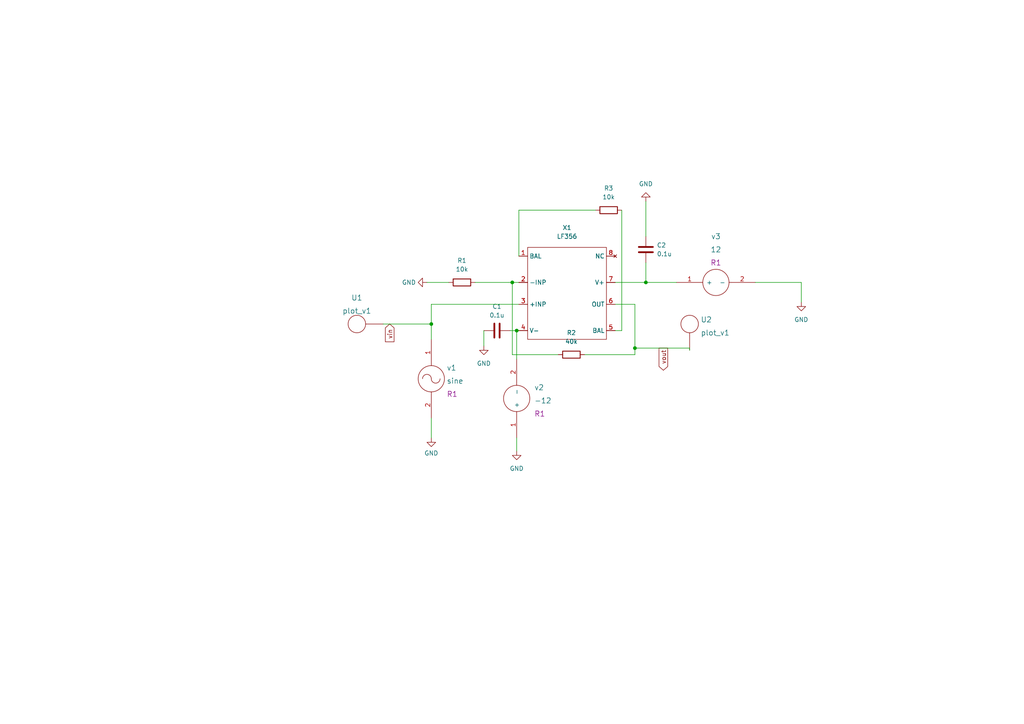
<source format=kicad_sch>
(kicad_sch (version 20211123) (generator eeschema)

  (uuid 7a7a983a-f75e-4f7a-887f-5b7d90628566)

  (paper "A4")

  (lib_symbols
    (symbol "eSim_Devices:capacitor" (pin_numbers hide) (pin_names (offset 0.254)) (in_bom yes) (on_board yes)
      (property "Reference" "C" (id 0) (at 0.635 2.54 0)
        (effects (font (size 1.27 1.27)) (justify left))
      )
      (property "Value" "capacitor" (id 1) (at 0.635 -2.54 0)
        (effects (font (size 1.27 1.27)) (justify left))
      )
      (property "Footprint" "" (id 2) (at 0.9652 -3.81 0)
        (effects (font (size 0.762 0.762)))
      )
      (property "Datasheet" "" (id 3) (at 0 0 0)
        (effects (font (size 1.524 1.524)))
      )
      (property "ki_fp_filters" "C_*" (id 4) (at 0 0 0)
        (effects (font (size 1.27 1.27)) hide)
      )
      (symbol "capacitor_0_1"
        (polyline
          (pts
            (xy -2.032 -0.762)
            (xy 2.032 -0.762)
          )
          (stroke (width 0.508) (type default) (color 0 0 0 0))
          (fill (type none))
        )
        (polyline
          (pts
            (xy -2.032 0.762)
            (xy 2.032 0.762)
          )
          (stroke (width 0.508) (type default) (color 0 0 0 0))
          (fill (type none))
        )
      )
      (symbol "capacitor_1_1"
        (pin passive line (at 0 3.81 270) (length 2.794)
          (name "~" (effects (font (size 1.016 1.016))))
          (number "1" (effects (font (size 1.016 1.016))))
        )
        (pin passive line (at 0 -3.81 90) (length 2.794)
          (name "~" (effects (font (size 1.016 1.016))))
          (number "2" (effects (font (size 1.016 1.016))))
        )
      )
    )
    (symbol "eSim_Devices:resistor" (pin_numbers hide) (pin_names (offset 0)) (in_bom yes) (on_board yes)
      (property "Reference" "R" (id 0) (at 1.27 3.302 0)
        (effects (font (size 1.27 1.27)))
      )
      (property "Value" "resistor" (id 1) (at 1.27 -1.27 0)
        (effects (font (size 1.27 1.27)))
      )
      (property "Footprint" "" (id 2) (at 1.27 -0.508 0)
        (effects (font (size 0.762 0.762)))
      )
      (property "Datasheet" "" (id 3) (at 1.27 1.27 90)
        (effects (font (size 0.762 0.762)))
      )
      (property "ki_fp_filters" "R_* Resistor_*" (id 4) (at 0 0 0)
        (effects (font (size 1.27 1.27)) hide)
      )
      (symbol "resistor_0_1"
        (rectangle (start 3.81 0.254) (end -1.27 2.286)
          (stroke (width 0.254) (type default) (color 0 0 0 0))
          (fill (type none))
        )
      )
      (symbol "resistor_1_1"
        (pin passive line (at -2.54 1.27 0) (length 1.27)
          (name "~" (effects (font (size 1.524 1.524))))
          (number "1" (effects (font (size 1.524 1.524))))
        )
        (pin passive line (at 5.08 1.27 180) (length 1.27)
          (name "~" (effects (font (size 1.524 1.524))))
          (number "2" (effects (font (size 1.524 1.524))))
        )
      )
    )
    (symbol "eSim_Plot:plot_v1" (pin_names (offset 1.016)) (in_bom yes) (on_board yes)
      (property "Reference" "U" (id 0) (at 0 12.7 0)
        (effects (font (size 1.524 1.524)))
      )
      (property "Value" "plot_v1" (id 1) (at 5.08 8.89 0)
        (effects (font (size 1.524 1.524)))
      )
      (property "Footprint" "" (id 2) (at 0 0 0)
        (effects (font (size 1.524 1.524)))
      )
      (property "Datasheet" "" (id 3) (at 0 0 0)
        (effects (font (size 1.524 1.524)))
      )
      (symbol "plot_v1_0_1"
        (circle (center 0 12.7) (radius 2.54)
          (stroke (width 0) (type default) (color 0 0 0 0))
          (fill (type none))
        )
      )
      (symbol "plot_v1_1_1"
        (pin input line (at 0 5.08 90) (length 5.08)
          (name "~" (effects (font (size 1.27 1.27))))
          (number "~" (effects (font (size 1.27 1.27))))
        )
      )
    )
    (symbol "eSim_Power:eSim_GND" (power) (pin_names (offset 0)) (in_bom yes) (on_board yes)
      (property "Reference" "#PWR" (id 0) (at 0 -6.35 0)
        (effects (font (size 1.27 1.27)) hide)
      )
      (property "Value" "eSim_GND" (id 1) (at 0 -3.81 0)
        (effects (font (size 1.27 1.27)))
      )
      (property "Footprint" "" (id 2) (at 0 0 0)
        (effects (font (size 1.27 1.27)) hide)
      )
      (property "Datasheet" "" (id 3) (at 0 0 0)
        (effects (font (size 1.27 1.27)) hide)
      )
      (symbol "eSim_GND_0_1"
        (polyline
          (pts
            (xy 0 0)
            (xy 0 -1.27)
            (xy 1.27 -1.27)
            (xy 0 -2.54)
            (xy -1.27 -1.27)
            (xy 0 -1.27)
          )
          (stroke (width 0) (type default) (color 0 0 0 0))
          (fill (type none))
        )
      )
      (symbol "eSim_GND_1_1"
        (pin power_in line (at 0 0 270) (length 0) hide
          (name "GND" (effects (font (size 1.27 1.27))))
          (number "1" (effects (font (size 1.27 1.27))))
        )
      )
    )
    (symbol "eSim_Sources:DC" (pin_names (offset 1.016)) (in_bom yes) (on_board yes)
      (property "Reference" "v" (id 0) (at -5.08 2.54 0)
        (effects (font (size 1.524 1.524)))
      )
      (property "Value" "DC" (id 1) (at -5.08 -1.27 0)
        (effects (font (size 1.524 1.524)))
      )
      (property "Footprint" "R1" (id 2) (at -7.62 0 0)
        (effects (font (size 1.524 1.524)))
      )
      (property "Datasheet" "" (id 3) (at 0 0 0)
        (effects (font (size 1.524 1.524)))
      )
      (property "ki_fp_filters" "1_pin" (id 4) (at 0 0 0)
        (effects (font (size 1.27 1.27)) hide)
      )
      (symbol "DC_0_1"
        (circle (center 0 0) (radius 3.81)
          (stroke (width 0) (type default) (color 0 0 0 0))
          (fill (type none))
        )
      )
      (symbol "DC_1_1"
        (pin power_out line (at 0 11.43 270) (length 7.62)
          (name "+" (effects (font (size 1.27 1.27))))
          (number "1" (effects (font (size 1.27 1.27))))
        )
        (pin power_out line (at 0 -11.43 90) (length 7.62)
          (name "-" (effects (font (size 1.27 1.27))))
          (number "2" (effects (font (size 1.27 1.27))))
        )
      )
    )
    (symbol "eSim_Sources:sine" (pin_names (offset 1.016)) (in_bom yes) (on_board yes)
      (property "Reference" "v" (id 0) (at -5.08 2.54 0)
        (effects (font (size 1.524 1.524)))
      )
      (property "Value" "sine" (id 1) (at -5.08 -1.27 0)
        (effects (font (size 1.524 1.524)))
      )
      (property "Footprint" "R1" (id 2) (at -7.62 0 0)
        (effects (font (size 1.524 1.524)))
      )
      (property "Datasheet" "" (id 3) (at 0 0 0)
        (effects (font (size 1.524 1.524)))
      )
      (property "ki_fp_filters" "1_pin" (id 4) (at 0 0 0)
        (effects (font (size 1.27 1.27)) hide)
      )
      (symbol "sine_0_1"
        (arc (start 0 0) (mid -1.27 1.27) (end -2.54 0)
          (stroke (width 0) (type default) (color 0 0 0 0))
          (fill (type none))
        )
        (arc (start 0 0) (mid 1.27 -1.27) (end 2.54 0)
          (stroke (width 0) (type default) (color 0 0 0 0))
          (fill (type none))
        )
        (circle (center 0 0) (radius 3.81)
          (stroke (width 0) (type default) (color 0 0 0 0))
          (fill (type none))
        )
      )
      (symbol "sine_1_1"
        (pin input line (at 0 11.43 270) (length 7.62)
          (name "+" (effects (font (size 0 0))))
          (number "1" (effects (font (size 1.27 1.27))))
        )
        (pin input line (at 0 -11.43 90) (length 7.62)
          (name "-" (effects (font (size 0 0))))
          (number "2" (effects (font (size 1.27 1.27))))
        )
      )
    )
    (symbol "eSim_Subckt:LF356" (in_bom yes) (on_board yes)
      (property "Reference" "X" (id 0) (at 0 11.43 0)
        (effects (font (size 1.27 1.27)))
      )
      (property "Value" "LF356" (id 1) (at 0 5.08 0)
        (effects (font (size 1.27 1.27)))
      )
      (property "Footprint" "" (id 2) (at 0 0 0)
        (effects (font (size 1.27 1.27)) hide)
      )
      (property "Datasheet" "" (id 3) (at 0 0 0)
        (effects (font (size 1.27 1.27)) hide)
      )
      (symbol "LF356_0_1"
        (rectangle (start -11.43 10.16) (end 11.43 -16.51)
          (stroke (width 0) (type default) (color 0 0 0 0))
          (fill (type none))
        )
      )
      (symbol "LF356_1_1"
        (pin passive line (at -13.97 7.62 0) (length 2.54)
          (name "BAL" (effects (font (size 1.27 1.27))))
          (number "1" (effects (font (size 1.27 1.27))))
        )
        (pin input line (at -13.97 0 0) (length 2.54)
          (name "-INP" (effects (font (size 1.27 1.27))))
          (number "2" (effects (font (size 1.27 1.27))))
        )
        (pin input line (at -13.97 -6.35 0) (length 2.54)
          (name "+INP" (effects (font (size 1.27 1.27))))
          (number "3" (effects (font (size 1.27 1.27))))
        )
        (pin power_in line (at -13.97 -13.97 0) (length 2.54)
          (name "V-" (effects (font (size 1.27 1.27))))
          (number "4" (effects (font (size 1.27 1.27))))
        )
        (pin passive line (at 13.97 -13.97 180) (length 2.54)
          (name "BAL" (effects (font (size 1.27 1.27))))
          (number "5" (effects (font (size 1.27 1.27))))
        )
        (pin output line (at 13.97 -6.35 180) (length 2.54)
          (name "OUT" (effects (font (size 1.27 1.27))))
          (number "6" (effects (font (size 1.27 1.27))))
        )
        (pin power_in line (at 13.97 0 180) (length 2.54)
          (name "V+" (effects (font (size 1.27 1.27))))
          (number "7" (effects (font (size 1.27 1.27))))
        )
        (pin no_connect line (at 13.97 7.62 180) (length 2.54)
          (name "NC" (effects (font (size 1.27 1.27))))
          (number "8" (effects (font (size 1.27 1.27))))
        )
      )
    )
  )


  (junction (at 187.325 81.915) (diameter 0) (color 0 0 0 0)
    (uuid 119b8841-c853-493c-97ca-72e9cb8347f4)
  )
  (junction (at 149.86 95.885) (diameter 0) (color 0 0 0 0)
    (uuid 4714af3a-290c-4f42-9af3-5b6cf56794fa)
  )
  (junction (at 184.15 100.965) (diameter 0) (color 0 0 0 0)
    (uuid 7aa070a6-6015-482d-af7d-de47b0c79cd1)
  )
  (junction (at 148.59 81.915) (diameter 0) (color 0 0 0 0)
    (uuid b0dd73bc-56d2-458f-8313-2dfaa5fcfe38)
  )
  (junction (at 125.095 93.98) (diameter 0) (color 0 0 0 0)
    (uuid d5ace61b-5f1a-47cd-9803-c4d09839cbe7)
  )

  (wire (pts (xy 184.15 100.965) (xy 184.15 88.265))
    (stroke (width 0) (type default) (color 0 0 0 0))
    (uuid 0c46981a-c97e-4657-92c6-fcbad31744c0)
  )
  (wire (pts (xy 187.325 58.42) (xy 187.325 68.58))
    (stroke (width 0) (type default) (color 0 0 0 0))
    (uuid 1e5a5bb0-7083-4208-b3da-5e127b7ecb34)
  )
  (wire (pts (xy 123.825 81.915) (xy 130.175 81.915))
    (stroke (width 0) (type default) (color 0 0 0 0))
    (uuid 2be9e760-ef7a-4fe5-8607-110d39d9e3db)
  )
  (wire (pts (xy 187.325 76.2) (xy 187.325 81.915))
    (stroke (width 0) (type default) (color 0 0 0 0))
    (uuid 2de1022b-2bc0-48f6-93b9-7b706cfe10b0)
  )
  (wire (pts (xy 149.86 127) (xy 149.86 130.81))
    (stroke (width 0) (type default) (color 0 0 0 0))
    (uuid 2e50647d-f3fb-48d0-932c-2fb32926e962)
  )
  (wire (pts (xy 149.86 95.885) (xy 150.495 95.885))
    (stroke (width 0) (type default) (color 0 0 0 0))
    (uuid 3d566df2-e37b-4731-b8b4-644d7e2b9423)
  )
  (wire (pts (xy 169.545 102.87) (xy 184.15 102.87))
    (stroke (width 0) (type default) (color 0 0 0 0))
    (uuid 413283f1-e535-47a3-a88f-601f1f82b910)
  )
  (wire (pts (xy 148.59 102.87) (xy 161.925 102.87))
    (stroke (width 0) (type default) (color 0 0 0 0))
    (uuid 5f014b62-8d8c-4a9b-b3aa-9bac4428879d)
  )
  (wire (pts (xy 232.41 87.63) (xy 232.41 81.915))
    (stroke (width 0) (type default) (color 0 0 0 0))
    (uuid 603f52a7-5d82-445e-836d-dbc8f58f36f1)
  )
  (wire (pts (xy 150.495 74.295) (xy 150.495 60.96))
    (stroke (width 0) (type default) (color 0 0 0 0))
    (uuid 651e672a-e6e5-49a5-895d-aa43d8b758d7)
  )
  (wire (pts (xy 180.34 95.885) (xy 178.435 95.885))
    (stroke (width 0) (type default) (color 0 0 0 0))
    (uuid 6587b423-200c-4c5f-b77b-d385a62aec99)
  )
  (wire (pts (xy 125.095 88.265) (xy 150.495 88.265))
    (stroke (width 0) (type default) (color 0 0 0 0))
    (uuid 67784d3d-694f-4532-9ad9-731f2ab8918a)
  )
  (wire (pts (xy 187.325 81.915) (xy 196.215 81.915))
    (stroke (width 0) (type default) (color 0 0 0 0))
    (uuid 75f2962c-d3db-4116-9449-53d8bd9d1c3b)
  )
  (wire (pts (xy 147.955 95.885) (xy 149.86 95.885))
    (stroke (width 0) (type default) (color 0 0 0 0))
    (uuid 8065abab-4767-4bca-be68-8a800f16ae52)
  )
  (wire (pts (xy 148.59 81.915) (xy 148.59 102.87))
    (stroke (width 0) (type default) (color 0 0 0 0))
    (uuid 82d86148-d9a1-4905-ad8b-eaed30457a39)
  )
  (wire (pts (xy 125.095 93.98) (xy 125.095 98.425))
    (stroke (width 0) (type default) (color 0 0 0 0))
    (uuid 87d86aeb-c77e-4182-9b0a-04e8a19fb2ed)
  )
  (wire (pts (xy 219.075 81.915) (xy 232.41 81.915))
    (stroke (width 0) (type default) (color 0 0 0 0))
    (uuid abf1300c-efd0-47c0-b48e-ae28dc69b39b)
  )
  (wire (pts (xy 200.025 100.965) (xy 200.025 101.6))
    (stroke (width 0) (type default) (color 0 0 0 0))
    (uuid b3384b6d-73f9-4c51-8c6a-b119a58a0836)
  )
  (wire (pts (xy 125.095 121.285) (xy 125.095 127))
    (stroke (width 0) (type default) (color 0 0 0 0))
    (uuid b6482d82-3fc6-46b3-87d9-ea2183486553)
  )
  (wire (pts (xy 184.15 102.87) (xy 184.15 100.965))
    (stroke (width 0) (type default) (color 0 0 0 0))
    (uuid c3580007-6fdb-480f-b2fb-9efcdcd58413)
  )
  (wire (pts (xy 150.495 60.96) (xy 172.72 60.96))
    (stroke (width 0) (type default) (color 0 0 0 0))
    (uuid c416d5ed-ec5e-43c8-8321-2145a6a904f3)
  )
  (wire (pts (xy 184.15 88.265) (xy 178.435 88.265))
    (stroke (width 0) (type default) (color 0 0 0 0))
    (uuid c5487f81-b88e-4789-a6f4-367026748fd8)
  )
  (wire (pts (xy 148.59 81.915) (xy 150.495 81.915))
    (stroke (width 0) (type default) (color 0 0 0 0))
    (uuid c70e55cf-b997-4904-8a4b-662d3d79df6b)
  )
  (wire (pts (xy 178.435 81.915) (xy 187.325 81.915))
    (stroke (width 0) (type default) (color 0 0 0 0))
    (uuid d0f4860c-08ec-4e1f-9dc1-cd0734a4f7bf)
  )
  (wire (pts (xy 111.125 93.98) (xy 125.095 93.98))
    (stroke (width 0) (type default) (color 0 0 0 0))
    (uuid d8b69f0b-79f7-4919-8e4d-eaad588e16b6)
  )
  (wire (pts (xy 140.335 95.885) (xy 140.335 100.33))
    (stroke (width 0) (type default) (color 0 0 0 0))
    (uuid de8e9384-e809-4815-ac60-4b9a3c9affb9)
  )
  (wire (pts (xy 125.095 88.265) (xy 125.095 93.98))
    (stroke (width 0) (type default) (color 0 0 0 0))
    (uuid eabf6af9-45e0-4fd8-8ddd-d2f7d2ce119a)
  )
  (wire (pts (xy 137.795 81.915) (xy 148.59 81.915))
    (stroke (width 0) (type default) (color 0 0 0 0))
    (uuid ebae469b-c87f-465e-8548-227d7f5f423f)
  )
  (wire (pts (xy 184.15 100.965) (xy 200.025 100.965))
    (stroke (width 0) (type default) (color 0 0 0 0))
    (uuid f4be1fd4-71aa-4afb-b565-f1d5d35bc0e2)
  )
  (wire (pts (xy 149.86 95.885) (xy 149.86 104.14))
    (stroke (width 0) (type default) (color 0 0 0 0))
    (uuid fcad1454-6122-4544-b5cb-5622a971fe0d)
  )
  (wire (pts (xy 180.34 60.96) (xy 180.34 95.885))
    (stroke (width 0) (type default) (color 0 0 0 0))
    (uuid ff4cac31-99a3-4055-b85a-c7cc440cac93)
  )

  (global_label "vout" (shape output) (at 192.405 100.965 270) (fields_autoplaced)
    (effects (font (size 1.27 1.27)) (justify right))
    (uuid a9cade7b-b5ae-45dc-a2ae-d8f58a816a02)
    (property "Intersheet References" "${INTERSHEET_REFS}" (id 0) (at 192.3256 107.3695 90)
      (effects (font (size 1.27 1.27)) (justify right) hide)
    )
  )
  (global_label "vin" (shape input) (at 113.03 93.98 270) (fields_autoplaced)
    (effects (font (size 1.27 1.27)) (justify right))
    (uuid d423c2f8-569b-4b3b-abd0-abf661ed3eb9)
    (property "Intersheet References" "${INTERSHEET_REFS}" (id 0) (at 113.1094 99.1145 90)
      (effects (font (size 1.27 1.27)) (justify right) hide)
    )
  )

  (symbol (lib_id "eSim_Subckt:LF356") (at 164.465 81.915 0) (unit 1)
    (in_bom yes) (on_board yes) (fields_autoplaced)
    (uuid 03278d49-740b-4a4d-bfaa-050f14bf8e43)
    (property "Reference" "X1" (id 0) (at 164.465 66.04 0))
    (property "Value" "LF356" (id 1) (at 164.465 68.58 0))
    (property "Footprint" "" (id 2) (at 164.465 81.915 0)
      (effects (font (size 1.27 1.27)) hide)
    )
    (property "Datasheet" "" (id 3) (at 164.465 81.915 0)
      (effects (font (size 1.27 1.27)) hide)
    )
    (pin "1" (uuid 28cebcbe-f6c4-47f9-99ec-4b302b1e1398))
    (pin "2" (uuid 760335fb-559f-4787-bb41-680b06bf40d9))
    (pin "3" (uuid b2941103-f6a5-4277-b526-006111744ab3))
    (pin "4" (uuid c82b5299-79f0-4ffe-a5ab-b8edb89eb54c))
    (pin "5" (uuid d1016104-9716-43b4-a7da-a0e33ccd8985))
    (pin "6" (uuid 38bc21f8-f3ca-496a-9fac-16dde98d10bc))
    (pin "7" (uuid ef71d9f8-6c71-42e8-b0ab-9138ca4365b5))
    (pin "8" (uuid 9e47b693-a7af-4897-bc22-c4bc6fa861ad))
  )

  (symbol (lib_id "eSim_Devices:resistor") (at 135.255 80.645 180) (unit 1)
    (in_bom yes) (on_board yes) (fields_autoplaced)
    (uuid 080c07df-72f1-4191-b3c8-228675884a92)
    (property "Reference" "R1" (id 0) (at 133.985 75.565 0))
    (property "Value" "10k" (id 1) (at 133.985 78.105 0))
    (property "Footprint" "" (id 2) (at 133.985 80.137 0)
      (effects (font (size 0.762 0.762)))
    )
    (property "Datasheet" "" (id 3) (at 133.985 81.915 90)
      (effects (font (size 0.762 0.762)))
    )
    (property "Spice_Primitive" "R" (id 4) (at 135.255 80.645 0)
      (effects (font (size 1.27 1.27)) hide)
    )
    (property "Spice_Model" "10k" (id 5) (at 135.255 80.645 0)
      (effects (font (size 1.27 1.27)) hide)
    )
    (property "Spice_Netlist_Enabled" "Y" (id 6) (at 135.255 80.645 0)
      (effects (font (size 1.27 1.27)) hide)
    )
    (pin "1" (uuid b38282a9-0d6d-4317-8ae3-88ef2e08d442))
    (pin "2" (uuid 2534b550-0e32-488d-b401-37bd7a25faf6))
  )

  (symbol (lib_id "eSim_Sources:sine") (at 125.095 109.855 0) (unit 1)
    (in_bom yes) (on_board yes) (fields_autoplaced)
    (uuid 17d81311-a7ed-466a-8c3f-b344e11c43ab)
    (property "Reference" "v1" (id 0) (at 129.54 106.68 0)
      (effects (font (size 1.524 1.524)) (justify left))
    )
    (property "Value" "sine" (id 1) (at 129.54 110.49 0)
      (effects (font (size 1.524 1.524)) (justify left))
    )
    (property "Footprint" "R1" (id 2) (at 129.54 114.3 0)
      (effects (font (size 1.524 1.524)) (justify left))
    )
    (property "Datasheet" "" (id 3) (at 125.095 109.855 0)
      (effects (font (size 1.524 1.524)))
    )
    (property "Spice_Primitive" "V" (id 4) (at 125.095 109.855 0)
      (effects (font (size 1.27 1.27)) hide)
    )
    (property "Spice_Model" "sin(0 200m 1k)" (id 5) (at 125.095 109.855 0)
      (effects (font (size 1.27 1.27)) hide)
    )
    (property "Spice_Netlist_Enabled" "Y" (id 6) (at 125.095 109.855 0)
      (effects (font (size 1.27 1.27)) hide)
    )
    (pin "1" (uuid d23a9194-0d38-439c-b9f7-e9c203c2b078))
    (pin "2" (uuid 3b6a96f9-5310-4d1d-81be-3b8a4f9c8465))
  )

  (symbol (lib_id "eSim_Sources:DC") (at 149.86 115.57 180) (unit 1)
    (in_bom yes) (on_board yes) (fields_autoplaced)
    (uuid 27310797-0a75-45f1-9238-4e9fa37fc028)
    (property "Reference" "v2" (id 0) (at 154.94 112.395 0)
      (effects (font (size 1.524 1.524)) (justify right))
    )
    (property "Value" "-12" (id 1) (at 154.94 116.205 0)
      (effects (font (size 1.524 1.524)) (justify right))
    )
    (property "Footprint" "R1" (id 2) (at 154.94 120.015 0)
      (effects (font (size 1.524 1.524)) (justify right))
    )
    (property "Datasheet" "" (id 3) (at 149.86 115.57 0)
      (effects (font (size 1.524 1.524)))
    )
    (property "Spice_Primitive" "V" (id 4) (at 149.86 115.57 0)
      (effects (font (size 1.27 1.27)) hide)
    )
    (property "Spice_Model" "dc -12" (id 5) (at 149.86 115.57 0)
      (effects (font (size 1.27 1.27)) hide)
    )
    (property "Spice_Netlist_Enabled" "Y" (id 6) (at 149.86 115.57 0)
      (effects (font (size 1.27 1.27)) hide)
    )
    (pin "1" (uuid 771d6a64-36bd-4fbf-8d86-dd50e236048d))
    (pin "2" (uuid dbc41c69-7636-49b4-99c4-ba96cc5774ae))
  )

  (symbol (lib_id "eSim_Power:eSim_GND") (at 123.825 81.915 270) (unit 1)
    (in_bom yes) (on_board yes) (fields_autoplaced)
    (uuid 28f5e8cc-5d97-414a-8e79-e1b242a5c44c)
    (property "Reference" "#PWR04" (id 0) (at 117.475 81.915 0)
      (effects (font (size 1.27 1.27)) hide)
    )
    (property "Value" "eSim_GND" (id 1) (at 120.65 81.9149 90)
      (effects (font (size 1.27 1.27)) (justify right))
    )
    (property "Footprint" "" (id 2) (at 123.825 81.915 0)
      (effects (font (size 1.27 1.27)) hide)
    )
    (property "Datasheet" "" (id 3) (at 123.825 81.915 0)
      (effects (font (size 1.27 1.27)) hide)
    )
    (pin "1" (uuid 6f7e7e59-20e8-4321-ae49-53af97297b2e))
  )

  (symbol (lib_id "eSim_Devices:resistor") (at 164.465 104.14 0) (unit 1)
    (in_bom yes) (on_board yes) (fields_autoplaced)
    (uuid 3f4c977d-099e-415a-b5ea-f0c8b06f56d5)
    (property "Reference" "R2" (id 0) (at 165.735 96.52 0))
    (property "Value" "40k" (id 1) (at 165.735 99.06 0))
    (property "Footprint" "" (id 2) (at 165.735 104.648 0)
      (effects (font (size 0.762 0.762)))
    )
    (property "Datasheet" "" (id 3) (at 165.735 102.87 90)
      (effects (font (size 0.762 0.762)))
    )
    (property "Spice_Primitive" "R" (id 4) (at 164.465 104.14 0)
      (effects (font (size 1.27 1.27)) hide)
    )
    (property "Spice_Model" "40k" (id 5) (at 164.465 104.14 0)
      (effects (font (size 1.27 1.27)) hide)
    )
    (property "Spice_Netlist_Enabled" "Y" (id 6) (at 164.465 104.14 0)
      (effects (font (size 1.27 1.27)) hide)
    )
    (pin "1" (uuid 4945d26b-4609-4b1c-9a1c-d67c15b58e91))
    (pin "2" (uuid 09d8eaff-fb17-4203-9af3-5dc579c1c1d8))
  )

  (symbol (lib_id "eSim_Power:eSim_GND") (at 125.095 127 0) (unit 1)
    (in_bom yes) (on_board yes) (fields_autoplaced)
    (uuid 4f4bf562-e39f-4b56-93d0-2b2aa3fba934)
    (property "Reference" "#PWR01" (id 0) (at 125.095 133.35 0)
      (effects (font (size 1.27 1.27)) hide)
    )
    (property "Value" "eSim_GND" (id 1) (at 125.095 131.445 0))
    (property "Footprint" "" (id 2) (at 125.095 127 0)
      (effects (font (size 1.27 1.27)) hide)
    )
    (property "Datasheet" "" (id 3) (at 125.095 127 0)
      (effects (font (size 1.27 1.27)) hide)
    )
    (pin "1" (uuid f26846fd-1ef0-4137-b958-de2c7d701e94))
  )

  (symbol (lib_id "eSim_Sources:DC") (at 207.645 81.915 90) (unit 1)
    (in_bom yes) (on_board yes) (fields_autoplaced)
    (uuid 57c5bd6b-8cc1-4652-b0a4-06a4988825f2)
    (property "Reference" "v3" (id 0) (at 207.645 68.58 90)
      (effects (font (size 1.524 1.524)))
    )
    (property "Value" "12" (id 1) (at 207.645 72.39 90)
      (effects (font (size 1.524 1.524)))
    )
    (property "Footprint" "R1" (id 2) (at 207.645 76.2 90)
      (effects (font (size 1.524 1.524)))
    )
    (property "Datasheet" "" (id 3) (at 207.645 81.915 0)
      (effects (font (size 1.524 1.524)))
    )
    (property "Spice_Primitive" "V" (id 4) (at 207.645 81.915 0)
      (effects (font (size 1.27 1.27)) hide)
    )
    (property "Spice_Model" "dc 12" (id 5) (at 207.645 81.915 0)
      (effects (font (size 1.27 1.27)) hide)
    )
    (property "Spice_Netlist_Enabled" "Y" (id 6) (at 207.645 81.915 0)
      (effects (font (size 1.27 1.27)) hide)
    )
    (pin "1" (uuid 6a3a25f8-000f-4e1c-91b8-f8fe425bb7da))
    (pin "2" (uuid 799d40a1-7d6f-4492-9381-44d6fc5f5b68))
  )

  (symbol (lib_id "eSim_Plot:plot_v1") (at 116.205 93.98 90) (unit 1)
    (in_bom yes) (on_board yes) (fields_autoplaced)
    (uuid 5a387806-836e-4422-b1b8-4145f6f923c6)
    (property "Reference" "U1" (id 0) (at 103.505 86.36 90)
      (effects (font (size 1.524 1.524)))
    )
    (property "Value" "plot_v1" (id 1) (at 103.505 90.17 90)
      (effects (font (size 1.524 1.524)))
    )
    (property "Footprint" "" (id 2) (at 116.205 93.98 0)
      (effects (font (size 1.524 1.524)))
    )
    (property "Datasheet" "" (id 3) (at 116.205 93.98 0)
      (effects (font (size 1.524 1.524)))
    )
    (pin "~" (uuid 8a2a442b-6972-46d8-b734-c7895c60a754))
  )

  (symbol (lib_id "eSim_Devices:capacitor") (at 187.325 72.39 180) (unit 1)
    (in_bom yes) (on_board yes) (fields_autoplaced)
    (uuid 8ff0af0e-b969-4110-b04b-0dd1a0e1dc4e)
    (property "Reference" "C2" (id 0) (at 190.5 71.1199 0)
      (effects (font (size 1.27 1.27)) (justify right))
    )
    (property "Value" "0.1u" (id 1) (at 190.5 73.6599 0)
      (effects (font (size 1.27 1.27)) (justify right))
    )
    (property "Footprint" "" (id 2) (at 186.3598 68.58 0)
      (effects (font (size 0.762 0.762)))
    )
    (property "Datasheet" "" (id 3) (at 187.325 72.39 0)
      (effects (font (size 1.524 1.524)))
    )
    (property "Spice_Primitive" "C" (id 4) (at 187.325 72.39 0)
      (effects (font (size 1.27 1.27)) hide)
    )
    (property "Spice_Model" "0.1u" (id 5) (at 187.325 72.39 0)
      (effects (font (size 1.27 1.27)) hide)
    )
    (property "Spice_Netlist_Enabled" "Y" (id 6) (at 187.325 72.39 0)
      (effects (font (size 1.27 1.27)) hide)
    )
    (pin "1" (uuid d8bbe8c8-ea82-4758-9992-5e29c9c5ce5e))
    (pin "2" (uuid 97e0e562-1060-4184-a69d-014ec0dfb74e))
  )

  (symbol (lib_id "eSim_Power:eSim_GND") (at 149.86 130.81 0) (unit 1)
    (in_bom yes) (on_board yes) (fields_autoplaced)
    (uuid bf0d5b6e-1f0f-4a22-b684-c20743bc975b)
    (property "Reference" "#PWR02" (id 0) (at 149.86 137.16 0)
      (effects (font (size 1.27 1.27)) hide)
    )
    (property "Value" "eSim_GND" (id 1) (at 149.86 135.89 0))
    (property "Footprint" "" (id 2) (at 149.86 130.81 0)
      (effects (font (size 1.27 1.27)) hide)
    )
    (property "Datasheet" "" (id 3) (at 149.86 130.81 0)
      (effects (font (size 1.27 1.27)) hide)
    )
    (pin "1" (uuid 00ba3f2a-d855-4fd8-bd37-c6a48847f850))
  )

  (symbol (lib_id "eSim_Devices:capacitor") (at 144.145 95.885 90) (unit 1)
    (in_bom yes) (on_board yes) (fields_autoplaced)
    (uuid c0918d81-dd70-4620-926e-df0fb4defa1c)
    (property "Reference" "C1" (id 0) (at 144.145 88.9 90))
    (property "Value" "0.1u" (id 1) (at 144.145 91.44 90))
    (property "Footprint" "" (id 2) (at 147.955 94.9198 0)
      (effects (font (size 0.762 0.762)))
    )
    (property "Datasheet" "" (id 3) (at 144.145 95.885 0)
      (effects (font (size 1.524 1.524)))
    )
    (property "Spice_Primitive" "C" (id 4) (at 144.145 95.885 0)
      (effects (font (size 1.27 1.27)) hide)
    )
    (property "Spice_Model" "0.1u" (id 5) (at 144.145 95.885 0)
      (effects (font (size 1.27 1.27)) hide)
    )
    (property "Spice_Netlist_Enabled" "Y" (id 6) (at 144.145 95.885 0)
      (effects (font (size 1.27 1.27)) hide)
    )
    (pin "1" (uuid 45dcdf4a-44bf-4905-84ff-b5009553eac6))
    (pin "2" (uuid 5acf106e-2928-44da-87bb-400fb1e39e69))
  )

  (symbol (lib_id "eSim_Devices:resistor") (at 175.26 62.23 0) (unit 1)
    (in_bom yes) (on_board yes) (fields_autoplaced)
    (uuid c27b6a5d-a788-468a-80cc-c9cc295adf64)
    (property "Reference" "R3" (id 0) (at 176.53 54.61 0))
    (property "Value" "10k" (id 1) (at 176.53 57.15 0))
    (property "Footprint" "" (id 2) (at 176.53 62.738 0)
      (effects (font (size 0.762 0.762)))
    )
    (property "Datasheet" "" (id 3) (at 176.53 60.96 90)
      (effects (font (size 0.762 0.762)))
    )
    (property "Spice_Primitive" "R" (id 4) (at 175.26 62.23 0)
      (effects (font (size 1.27 1.27)) hide)
    )
    (property "Spice_Model" "10k" (id 5) (at 175.26 62.23 0)
      (effects (font (size 1.27 1.27)) hide)
    )
    (property "Spice_Netlist_Enabled" "Y" (id 6) (at 175.26 62.23 0)
      (effects (font (size 1.27 1.27)) hide)
    )
    (pin "1" (uuid 814de35b-eb88-4368-b444-3f58c8358c8f))
    (pin "2" (uuid e474c678-3add-4ce6-99a8-c4a467defe23))
  )

  (symbol (lib_id "eSim_Power:eSim_GND") (at 140.335 100.33 0) (unit 1)
    (in_bom yes) (on_board yes) (fields_autoplaced)
    (uuid c9ddcaa2-abf2-43b0-b046-151b2b2dba3a)
    (property "Reference" "#PWR05" (id 0) (at 140.335 106.68 0)
      (effects (font (size 1.27 1.27)) hide)
    )
    (property "Value" "eSim_GND" (id 1) (at 140.335 105.41 0))
    (property "Footprint" "" (id 2) (at 140.335 100.33 0)
      (effects (font (size 1.27 1.27)) hide)
    )
    (property "Datasheet" "" (id 3) (at 140.335 100.33 0)
      (effects (font (size 1.27 1.27)) hide)
    )
    (pin "1" (uuid fe9e0e77-c30c-492d-9c3c-19756ebdf4f9))
  )

  (symbol (lib_id "eSim_Plot:plot_v1") (at 200.025 106.68 0) (unit 1)
    (in_bom yes) (on_board yes) (fields_autoplaced)
    (uuid d617eebf-f4d0-4938-aefc-496b23b578de)
    (property "Reference" "U2" (id 0) (at 203.2 92.71 0)
      (effects (font (size 1.524 1.524)) (justify left))
    )
    (property "Value" "plot_v1" (id 1) (at 203.2 96.52 0)
      (effects (font (size 1.524 1.524)) (justify left))
    )
    (property "Footprint" "" (id 2) (at 200.025 106.68 0)
      (effects (font (size 1.524 1.524)))
    )
    (property "Datasheet" "" (id 3) (at 200.025 106.68 0)
      (effects (font (size 1.524 1.524)))
    )
    (pin "~" (uuid b255359b-ec99-497a-97f6-ade47af67f36))
  )

  (symbol (lib_id "eSim_Power:eSim_GND") (at 232.41 87.63 0) (unit 1)
    (in_bom yes) (on_board yes) (fields_autoplaced)
    (uuid ed57d586-659f-4860-a68b-882ca5e5b82e)
    (property "Reference" "#PWR03" (id 0) (at 232.41 93.98 0)
      (effects (font (size 1.27 1.27)) hide)
    )
    (property "Value" "eSim_GND" (id 1) (at 232.41 92.71 0))
    (property "Footprint" "" (id 2) (at 232.41 87.63 0)
      (effects (font (size 1.27 1.27)) hide)
    )
    (property "Datasheet" "" (id 3) (at 232.41 87.63 0)
      (effects (font (size 1.27 1.27)) hide)
    )
    (pin "1" (uuid f99db788-a4dd-42f1-8928-1210c48fa002))
  )

  (symbol (lib_id "eSim_Power:eSim_GND") (at 187.325 58.42 180) (unit 1)
    (in_bom yes) (on_board yes) (fields_autoplaced)
    (uuid ee72d0cf-5817-4487-babc-b190024242cc)
    (property "Reference" "#PWR06" (id 0) (at 187.325 52.07 0)
      (effects (font (size 1.27 1.27)) hide)
    )
    (property "Value" "eSim_GND" (id 1) (at 187.325 53.34 0))
    (property "Footprint" "" (id 2) (at 187.325 58.42 0)
      (effects (font (size 1.27 1.27)) hide)
    )
    (property "Datasheet" "" (id 3) (at 187.325 58.42 0)
      (effects (font (size 1.27 1.27)) hide)
    )
    (pin "1" (uuid 35a8b2e5-9d9a-4fd5-96a2-552289b166ad))
  )

  (sheet_instances
    (path "/" (page "1"))
  )

  (symbol_instances
    (path "/4f4bf562-e39f-4b56-93d0-2b2aa3fba934"
      (reference "#PWR01") (unit 1) (value "eSim_GND") (footprint "")
    )
    (path "/bf0d5b6e-1f0f-4a22-b684-c20743bc975b"
      (reference "#PWR02") (unit 1) (value "eSim_GND") (footprint "")
    )
    (path "/ed57d586-659f-4860-a68b-882ca5e5b82e"
      (reference "#PWR03") (unit 1) (value "eSim_GND") (footprint "")
    )
    (path "/28f5e8cc-5d97-414a-8e79-e1b242a5c44c"
      (reference "#PWR04") (unit 1) (value "eSim_GND") (footprint "")
    )
    (path "/c9ddcaa2-abf2-43b0-b046-151b2b2dba3a"
      (reference "#PWR05") (unit 1) (value "eSim_GND") (footprint "")
    )
    (path "/ee72d0cf-5817-4487-babc-b190024242cc"
      (reference "#PWR06") (unit 1) (value "eSim_GND") (footprint "")
    )
    (path "/c0918d81-dd70-4620-926e-df0fb4defa1c"
      (reference "C1") (unit 1) (value "0.1u") (footprint "")
    )
    (path "/8ff0af0e-b969-4110-b04b-0dd1a0e1dc4e"
      (reference "C2") (unit 1) (value "0.1u") (footprint "")
    )
    (path "/080c07df-72f1-4191-b3c8-228675884a92"
      (reference "R1") (unit 1) (value "10k") (footprint "")
    )
    (path "/3f4c977d-099e-415a-b5ea-f0c8b06f56d5"
      (reference "R2") (unit 1) (value "40k") (footprint "")
    )
    (path "/c27b6a5d-a788-468a-80cc-c9cc295adf64"
      (reference "R3") (unit 1) (value "10k") (footprint "")
    )
    (path "/5a387806-836e-4422-b1b8-4145f6f923c6"
      (reference "U1") (unit 1) (value "plot_v1") (footprint "")
    )
    (path "/d617eebf-f4d0-4938-aefc-496b23b578de"
      (reference "U2") (unit 1) (value "plot_v1") (footprint "")
    )
    (path "/03278d49-740b-4a4d-bfaa-050f14bf8e43"
      (reference "X1") (unit 1) (value "LF356") (footprint "")
    )
    (path "/17d81311-a7ed-466a-8c3f-b344e11c43ab"
      (reference "v1") (unit 1) (value "sine") (footprint "R1")
    )
    (path "/27310797-0a75-45f1-9238-4e9fa37fc028"
      (reference "v2") (unit 1) (value "-12") (footprint "R1")
    )
    (path "/57c5bd6b-8cc1-4652-b0a4-06a4988825f2"
      (reference "v3") (unit 1) (value "12") (footprint "R1")
    )
  )
)

</source>
